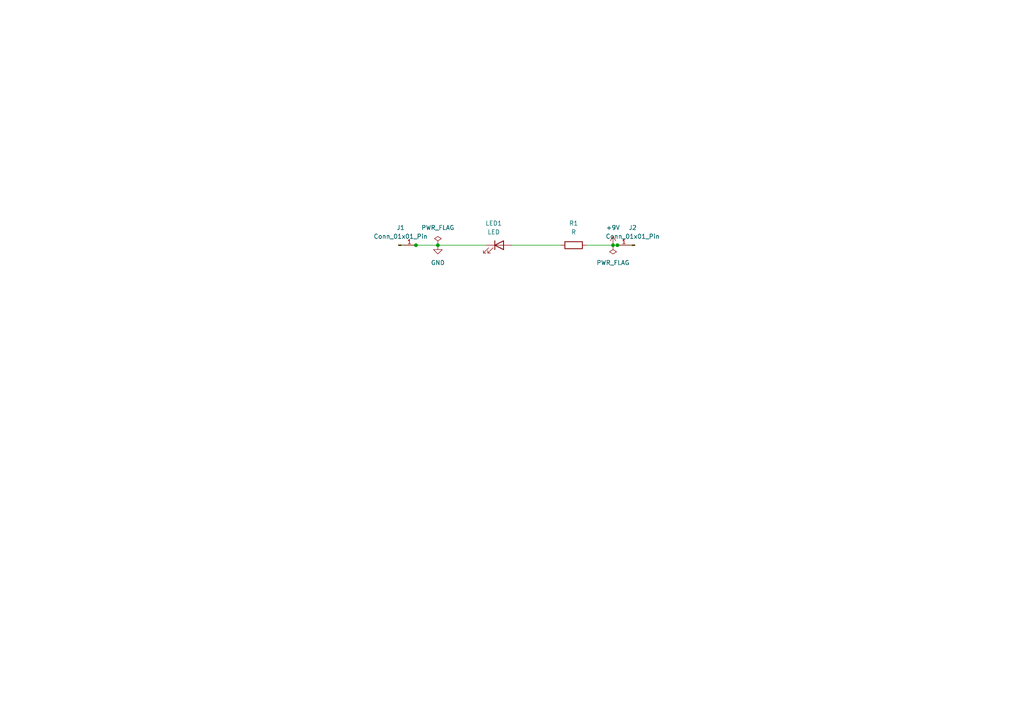
<source format=kicad_sch>
(kicad_sch
	(version 20231120)
	(generator "eeschema")
	(generator_version "8.0")
	(uuid "128aa5d7-8615-4263-912d-a5ddebec6b00")
	(paper "A4")
	(lib_symbols
		(symbol "Connector:Conn_01x01_Pin"
			(pin_names
				(offset 1.016) hide)
			(exclude_from_sim no)
			(in_bom yes)
			(on_board yes)
			(property "Reference" "J"
				(at 0 2.54 0)
				(effects
					(font
						(size 1.27 1.27)
					)
				)
			)
			(property "Value" "Conn_01x01_Pin"
				(at 0 -2.54 0)
				(effects
					(font
						(size 1.27 1.27)
					)
				)
			)
			(property "Footprint" ""
				(at 0 0 0)
				(effects
					(font
						(size 1.27 1.27)
					)
					(hide yes)
				)
			)
			(property "Datasheet" "~"
				(at 0 0 0)
				(effects
					(font
						(size 1.27 1.27)
					)
					(hide yes)
				)
			)
			(property "Description" "Generic connector, single row, 01x01, script generated"
				(at 0 0 0)
				(effects
					(font
						(size 1.27 1.27)
					)
					(hide yes)
				)
			)
			(property "ki_locked" ""
				(at 0 0 0)
				(effects
					(font
						(size 1.27 1.27)
					)
				)
			)
			(property "ki_keywords" "connector"
				(at 0 0 0)
				(effects
					(font
						(size 1.27 1.27)
					)
					(hide yes)
				)
			)
			(property "ki_fp_filters" "Connector*:*_1x??_*"
				(at 0 0 0)
				(effects
					(font
						(size 1.27 1.27)
					)
					(hide yes)
				)
			)
			(symbol "Conn_01x01_Pin_1_1"
				(polyline
					(pts
						(xy 1.27 0) (xy 0.8636 0)
					)
					(stroke
						(width 0.1524)
						(type default)
					)
					(fill
						(type none)
					)
				)
				(rectangle
					(start 0.8636 0.127)
					(end 0 -0.127)
					(stroke
						(width 0.1524)
						(type default)
					)
					(fill
						(type outline)
					)
				)
				(pin passive line
					(at 5.08 0 180)
					(length 3.81)
					(name "Pin_1"
						(effects
							(font
								(size 1.27 1.27)
							)
						)
					)
					(number "1"
						(effects
							(font
								(size 1.27 1.27)
							)
						)
					)
				)
			)
		)
		(symbol "Device:LED"
			(pin_numbers hide)
			(pin_names
				(offset 1.016) hide)
			(exclude_from_sim no)
			(in_bom yes)
			(on_board yes)
			(property "Reference" "D"
				(at 0 2.54 0)
				(effects
					(font
						(size 1.27 1.27)
					)
				)
			)
			(property "Value" "LED"
				(at 0 -2.54 0)
				(effects
					(font
						(size 1.27 1.27)
					)
				)
			)
			(property "Footprint" ""
				(at 0 0 0)
				(effects
					(font
						(size 1.27 1.27)
					)
					(hide yes)
				)
			)
			(property "Datasheet" "~"
				(at 0 0 0)
				(effects
					(font
						(size 1.27 1.27)
					)
					(hide yes)
				)
			)
			(property "Description" "Light emitting diode"
				(at 0 0 0)
				(effects
					(font
						(size 1.27 1.27)
					)
					(hide yes)
				)
			)
			(property "ki_keywords" "LED diode"
				(at 0 0 0)
				(effects
					(font
						(size 1.27 1.27)
					)
					(hide yes)
				)
			)
			(property "ki_fp_filters" "LED* LED_SMD:* LED_THT:*"
				(at 0 0 0)
				(effects
					(font
						(size 1.27 1.27)
					)
					(hide yes)
				)
			)
			(symbol "LED_0_1"
				(polyline
					(pts
						(xy -1.27 -1.27) (xy -1.27 1.27)
					)
					(stroke
						(width 0.254)
						(type default)
					)
					(fill
						(type none)
					)
				)
				(polyline
					(pts
						(xy -1.27 0) (xy 1.27 0)
					)
					(stroke
						(width 0)
						(type default)
					)
					(fill
						(type none)
					)
				)
				(polyline
					(pts
						(xy 1.27 -1.27) (xy 1.27 1.27) (xy -1.27 0) (xy 1.27 -1.27)
					)
					(stroke
						(width 0.254)
						(type default)
					)
					(fill
						(type none)
					)
				)
				(polyline
					(pts
						(xy -3.048 -0.762) (xy -4.572 -2.286) (xy -3.81 -2.286) (xy -4.572 -2.286) (xy -4.572 -1.524)
					)
					(stroke
						(width 0)
						(type default)
					)
					(fill
						(type none)
					)
				)
				(polyline
					(pts
						(xy -1.778 -0.762) (xy -3.302 -2.286) (xy -2.54 -2.286) (xy -3.302 -2.286) (xy -3.302 -1.524)
					)
					(stroke
						(width 0)
						(type default)
					)
					(fill
						(type none)
					)
				)
			)
			(symbol "LED_1_1"
				(pin passive line
					(at -3.81 0 0)
					(length 2.54)
					(name "K"
						(effects
							(font
								(size 1.27 1.27)
							)
						)
					)
					(number "1"
						(effects
							(font
								(size 1.27 1.27)
							)
						)
					)
				)
				(pin passive line
					(at 3.81 0 180)
					(length 2.54)
					(name "A"
						(effects
							(font
								(size 1.27 1.27)
							)
						)
					)
					(number "2"
						(effects
							(font
								(size 1.27 1.27)
							)
						)
					)
				)
			)
		)
		(symbol "Device:R"
			(pin_numbers hide)
			(pin_names
				(offset 0)
			)
			(exclude_from_sim no)
			(in_bom yes)
			(on_board yes)
			(property "Reference" "R"
				(at 2.032 0 90)
				(effects
					(font
						(size 1.27 1.27)
					)
				)
			)
			(property "Value" "R"
				(at 0 0 90)
				(effects
					(font
						(size 1.27 1.27)
					)
				)
			)
			(property "Footprint" ""
				(at -1.778 0 90)
				(effects
					(font
						(size 1.27 1.27)
					)
					(hide yes)
				)
			)
			(property "Datasheet" "~"
				(at 0 0 0)
				(effects
					(font
						(size 1.27 1.27)
					)
					(hide yes)
				)
			)
			(property "Description" "Resistor"
				(at 0 0 0)
				(effects
					(font
						(size 1.27 1.27)
					)
					(hide yes)
				)
			)
			(property "ki_keywords" "R res resistor"
				(at 0 0 0)
				(effects
					(font
						(size 1.27 1.27)
					)
					(hide yes)
				)
			)
			(property "ki_fp_filters" "R_*"
				(at 0 0 0)
				(effects
					(font
						(size 1.27 1.27)
					)
					(hide yes)
				)
			)
			(symbol "R_0_1"
				(rectangle
					(start -1.016 -2.54)
					(end 1.016 2.54)
					(stroke
						(width 0.254)
						(type default)
					)
					(fill
						(type none)
					)
				)
			)
			(symbol "R_1_1"
				(pin passive line
					(at 0 3.81 270)
					(length 1.27)
					(name "~"
						(effects
							(font
								(size 1.27 1.27)
							)
						)
					)
					(number "1"
						(effects
							(font
								(size 1.27 1.27)
							)
						)
					)
				)
				(pin passive line
					(at 0 -3.81 90)
					(length 1.27)
					(name "~"
						(effects
							(font
								(size 1.27 1.27)
							)
						)
					)
					(number "2"
						(effects
							(font
								(size 1.27 1.27)
							)
						)
					)
				)
			)
		)
		(symbol "power:+9V"
			(power)
			(pin_numbers hide)
			(pin_names
				(offset 0) hide)
			(exclude_from_sim no)
			(in_bom yes)
			(on_board yes)
			(property "Reference" "#PWR"
				(at 0 -3.81 0)
				(effects
					(font
						(size 1.27 1.27)
					)
					(hide yes)
				)
			)
			(property "Value" "+9V"
				(at 0 3.556 0)
				(effects
					(font
						(size 1.27 1.27)
					)
				)
			)
			(property "Footprint" ""
				(at 0 0 0)
				(effects
					(font
						(size 1.27 1.27)
					)
					(hide yes)
				)
			)
			(property "Datasheet" ""
				(at 0 0 0)
				(effects
					(font
						(size 1.27 1.27)
					)
					(hide yes)
				)
			)
			(property "Description" "Power symbol creates a global label with name \"+9V\""
				(at 0 0 0)
				(effects
					(font
						(size 1.27 1.27)
					)
					(hide yes)
				)
			)
			(property "ki_keywords" "global power"
				(at 0 0 0)
				(effects
					(font
						(size 1.27 1.27)
					)
					(hide yes)
				)
			)
			(symbol "+9V_0_1"
				(polyline
					(pts
						(xy -0.762 1.27) (xy 0 2.54)
					)
					(stroke
						(width 0)
						(type default)
					)
					(fill
						(type none)
					)
				)
				(polyline
					(pts
						(xy 0 0) (xy 0 2.54)
					)
					(stroke
						(width 0)
						(type default)
					)
					(fill
						(type none)
					)
				)
				(polyline
					(pts
						(xy 0 2.54) (xy 0.762 1.27)
					)
					(stroke
						(width 0)
						(type default)
					)
					(fill
						(type none)
					)
				)
			)
			(symbol "+9V_1_1"
				(pin power_in line
					(at 0 0 90)
					(length 0)
					(name "~"
						(effects
							(font
								(size 1.27 1.27)
							)
						)
					)
					(number "1"
						(effects
							(font
								(size 1.27 1.27)
							)
						)
					)
				)
			)
		)
		(symbol "power:GND"
			(power)
			(pin_numbers hide)
			(pin_names
				(offset 0) hide)
			(exclude_from_sim no)
			(in_bom yes)
			(on_board yes)
			(property "Reference" "#PWR"
				(at 0 -6.35 0)
				(effects
					(font
						(size 1.27 1.27)
					)
					(hide yes)
				)
			)
			(property "Value" "GND"
				(at 0 -3.81 0)
				(effects
					(font
						(size 1.27 1.27)
					)
				)
			)
			(property "Footprint" ""
				(at 0 0 0)
				(effects
					(font
						(size 1.27 1.27)
					)
					(hide yes)
				)
			)
			(property "Datasheet" ""
				(at 0 0 0)
				(effects
					(font
						(size 1.27 1.27)
					)
					(hide yes)
				)
			)
			(property "Description" "Power symbol creates a global label with name \"GND\" , ground"
				(at 0 0 0)
				(effects
					(font
						(size 1.27 1.27)
					)
					(hide yes)
				)
			)
			(property "ki_keywords" "global power"
				(at 0 0 0)
				(effects
					(font
						(size 1.27 1.27)
					)
					(hide yes)
				)
			)
			(symbol "GND_0_1"
				(polyline
					(pts
						(xy 0 0) (xy 0 -1.27) (xy 1.27 -1.27) (xy 0 -2.54) (xy -1.27 -1.27) (xy 0 -1.27)
					)
					(stroke
						(width 0)
						(type default)
					)
					(fill
						(type none)
					)
				)
			)
			(symbol "GND_1_1"
				(pin power_in line
					(at 0 0 270)
					(length 0)
					(name "~"
						(effects
							(font
								(size 1.27 1.27)
							)
						)
					)
					(number "1"
						(effects
							(font
								(size 1.27 1.27)
							)
						)
					)
				)
			)
		)
		(symbol "power:PWR_FLAG"
			(power)
			(pin_numbers hide)
			(pin_names
				(offset 0) hide)
			(exclude_from_sim no)
			(in_bom yes)
			(on_board yes)
			(property "Reference" "#FLG"
				(at 0 1.905 0)
				(effects
					(font
						(size 1.27 1.27)
					)
					(hide yes)
				)
			)
			(property "Value" "PWR_FLAG"
				(at 0 3.81 0)
				(effects
					(font
						(size 1.27 1.27)
					)
				)
			)
			(property "Footprint" ""
				(at 0 0 0)
				(effects
					(font
						(size 1.27 1.27)
					)
					(hide yes)
				)
			)
			(property "Datasheet" "~"
				(at 0 0 0)
				(effects
					(font
						(size 1.27 1.27)
					)
					(hide yes)
				)
			)
			(property "Description" "Special symbol for telling ERC where power comes from"
				(at 0 0 0)
				(effects
					(font
						(size 1.27 1.27)
					)
					(hide yes)
				)
			)
			(property "ki_keywords" "flag power"
				(at 0 0 0)
				(effects
					(font
						(size 1.27 1.27)
					)
					(hide yes)
				)
			)
			(symbol "PWR_FLAG_0_0"
				(pin power_out line
					(at 0 0 90)
					(length 0)
					(name "~"
						(effects
							(font
								(size 1.27 1.27)
							)
						)
					)
					(number "1"
						(effects
							(font
								(size 1.27 1.27)
							)
						)
					)
				)
			)
			(symbol "PWR_FLAG_0_1"
				(polyline
					(pts
						(xy 0 0) (xy 0 1.27) (xy -1.016 1.905) (xy 0 2.54) (xy 1.016 1.905) (xy 0 1.27)
					)
					(stroke
						(width 0)
						(type default)
					)
					(fill
						(type none)
					)
				)
			)
		)
	)
	(junction
		(at 179.07 71.12)
		(diameter 0)
		(color 0 0 0 0)
		(uuid "15642bc9-06c8-42f9-b818-1f8e025064d7")
	)
	(junction
		(at 127 71.12)
		(diameter 0)
		(color 0 0 0 0)
		(uuid "408d454f-2bc5-4af4-a618-af2406c32cba")
	)
	(junction
		(at 120.65 71.12)
		(diameter 0)
		(color 0 0 0 0)
		(uuid "56cf746d-cfe6-4ffc-aad2-794dd5d84888")
	)
	(junction
		(at 177.8 71.12)
		(diameter 0)
		(color 0 0 0 0)
		(uuid "590dfee2-7ce6-469a-a0c9-d0baa8a38a25")
	)
	(wire
		(pts
			(xy 120.65 71.12) (xy 127 71.12)
		)
		(stroke
			(width 0)
			(type default)
		)
		(uuid "0ac9e4c4-85a3-4dfc-b07f-c5906fd4cf55")
	)
	(wire
		(pts
			(xy 170.18 71.12) (xy 177.8 71.12)
		)
		(stroke
			(width 0)
			(type default)
		)
		(uuid "1a54cc5b-484c-414b-bcde-f0cf2f6e2d2f")
	)
	(wire
		(pts
			(xy 179.07 71.12) (xy 184.15 71.12)
		)
		(stroke
			(width 0)
			(type default)
		)
		(uuid "70cc3efb-330b-499a-9145-8a86c1f4dba0")
	)
	(wire
		(pts
			(xy 127 71.12) (xy 140.97 71.12)
		)
		(stroke
			(width 0)
			(type default)
		)
		(uuid "83f6f0f9-81b2-4421-ac60-8dc1b801c8ba")
	)
	(wire
		(pts
			(xy 148.59 71.12) (xy 162.56 71.12)
		)
		(stroke
			(width 0)
			(type default)
		)
		(uuid "d8dab8ab-5043-4568-9a80-4421d2bce001")
	)
	(wire
		(pts
			(xy 115.57 71.12) (xy 120.65 71.12)
		)
		(stroke
			(width 0)
			(type default)
		)
		(uuid "e44c7da6-aff3-4541-9057-be358161bdd6")
	)
	(wire
		(pts
			(xy 177.8 71.12) (xy 179.07 71.12)
		)
		(stroke
			(width 0)
			(type default)
		)
		(uuid "fe8579e1-41e3-4984-a8d3-06a214a885c7")
	)
	(symbol
		(lib_id "Connector:Conn_01x01_Pin")
		(at 184.15 71.12 0)
		(mirror y)
		(unit 1)
		(exclude_from_sim no)
		(in_bom yes)
		(on_board yes)
		(dnp no)
		(uuid "453496cb-b5a0-404a-85c7-d72c7af661fa")
		(property "Reference" "J2"
			(at 183.515 66.04 0)
			(effects
				(font
					(size 1.27 1.27)
				)
			)
		)
		(property "Value" "Conn_01x01_Pin"
			(at 183.515 68.58 0)
			(effects
				(font
					(size 1.27 1.27)
				)
			)
		)
		(property "Footprint" "Connector_PinHeader_1.00mm:PinHeader_1x01_P1.00mm_Vertical"
			(at 184.15 71.12 0)
			(effects
				(font
					(size 1.27 1.27)
				)
				(hide yes)
			)
		)
		(property "Datasheet" "~"
			(at 184.15 71.12 0)
			(effects
				(font
					(size 1.27 1.27)
				)
				(hide yes)
			)
		)
		(property "Description" "Generic connector, single row, 01x01, script generated"
			(at 184.15 71.12 0)
			(effects
				(font
					(size 1.27 1.27)
				)
				(hide yes)
			)
		)
		(pin "1"
			(uuid "5869ef49-62c3-4507-87f4-da061ab19888")
		)
		(instances
			(project "4sept24 LED N RESISTOR SMD"
				(path "/128aa5d7-8615-4263-912d-a5ddebec6b00"
					(reference "J2")
					(unit 1)
				)
			)
		)
	)
	(symbol
		(lib_id "power:+9V")
		(at 177.8 71.12 0)
		(unit 1)
		(exclude_from_sim no)
		(in_bom yes)
		(on_board yes)
		(dnp no)
		(fields_autoplaced yes)
		(uuid "6bb96b76-e1d6-4b7d-9e06-8c48ffdd0266")
		(property "Reference" "#PWR02"
			(at 177.8 74.93 0)
			(effects
				(font
					(size 1.27 1.27)
				)
				(hide yes)
			)
		)
		(property "Value" "+9V"
			(at 177.8 66.04 0)
			(effects
				(font
					(size 1.27 1.27)
				)
			)
		)
		(property "Footprint" ""
			(at 177.8 71.12 0)
			(effects
				(font
					(size 1.27 1.27)
				)
				(hide yes)
			)
		)
		(property "Datasheet" ""
			(at 177.8 71.12 0)
			(effects
				(font
					(size 1.27 1.27)
				)
				(hide yes)
			)
		)
		(property "Description" "Power symbol creates a global label with name \"+9V\""
			(at 177.8 71.12 0)
			(effects
				(font
					(size 1.27 1.27)
				)
				(hide yes)
			)
		)
		(pin "1"
			(uuid "eadadcf9-eb7c-428f-a1ca-2b45d6d1e5b9")
		)
		(instances
			(project "4sept24 LED N RESISTOR SMD"
				(path "/128aa5d7-8615-4263-912d-a5ddebec6b00"
					(reference "#PWR02")
					(unit 1)
				)
			)
		)
	)
	(symbol
		(lib_id "Device:LED")
		(at 144.78 71.12 0)
		(unit 1)
		(exclude_from_sim no)
		(in_bom yes)
		(on_board yes)
		(dnp no)
		(fields_autoplaced yes)
		(uuid "6be1bdc0-9120-44c2-b62f-8a4f52fb292d")
		(property "Reference" "LED1"
			(at 143.1925 64.77 0)
			(effects
				(font
					(size 1.27 1.27)
				)
			)
		)
		(property "Value" "LED"
			(at 143.1925 67.31 0)
			(effects
				(font
					(size 1.27 1.27)
				)
			)
		)
		(property "Footprint" "LED_SMD:LED_0603_1608Metric"
			(at 144.78 71.12 0)
			(effects
				(font
					(size 1.27 1.27)
				)
				(hide yes)
			)
		)
		(property "Datasheet" "~"
			(at 144.78 71.12 0)
			(effects
				(font
					(size 1.27 1.27)
				)
				(hide yes)
			)
		)
		(property "Description" "Light emitting diode"
			(at 144.78 71.12 0)
			(effects
				(font
					(size 1.27 1.27)
				)
				(hide yes)
			)
		)
		(pin "2"
			(uuid "d5df5649-0d9a-4089-aa69-3feecbc307dd")
		)
		(pin "1"
			(uuid "5364835d-5bcf-4dd1-89f7-d3bbba05c730")
		)
		(instances
			(project "4sept24 LED N RESISTOR SMD"
				(path "/128aa5d7-8615-4263-912d-a5ddebec6b00"
					(reference "LED1")
					(unit 1)
				)
			)
		)
	)
	(symbol
		(lib_id "Connector:Conn_01x01_Pin")
		(at 115.57 71.12 0)
		(unit 1)
		(exclude_from_sim no)
		(in_bom yes)
		(on_board yes)
		(dnp no)
		(uuid "856c72f9-f5f9-4960-8140-b50d40762ecb")
		(property "Reference" "J1"
			(at 116.205 66.04 0)
			(effects
				(font
					(size 1.27 1.27)
				)
			)
		)
		(property "Value" "Conn_01x01_Pin"
			(at 116.205 68.58 0)
			(effects
				(font
					(size 1.27 1.27)
				)
			)
		)
		(property "Footprint" "Connector_PinHeader_1.00mm:PinHeader_1x01_P1.00mm_Vertical"
			(at 115.57 71.12 0)
			(effects
				(font
					(size 1.27 1.27)
				)
				(hide yes)
			)
		)
		(property "Datasheet" "~"
			(at 115.57 71.12 0)
			(effects
				(font
					(size 1.27 1.27)
				)
				(hide yes)
			)
		)
		(property "Description" "Generic connector, single row, 01x01, script generated"
			(at 115.57 71.12 0)
			(effects
				(font
					(size 1.27 1.27)
				)
				(hide yes)
			)
		)
		(pin "1"
			(uuid "2e1744db-ab5f-494b-82a3-55c4ee8a87de")
		)
		(instances
			(project "4sept24 LED N RESISTOR SMD"
				(path "/128aa5d7-8615-4263-912d-a5ddebec6b00"
					(reference "J1")
					(unit 1)
				)
			)
		)
	)
	(symbol
		(lib_id "Device:R")
		(at 166.37 71.12 90)
		(mirror x)
		(unit 1)
		(exclude_from_sim no)
		(in_bom yes)
		(on_board yes)
		(dnp no)
		(uuid "860e5344-a978-45d8-bb06-7ba85bb68cc4")
		(property "Reference" "R1"
			(at 166.37 64.77 90)
			(effects
				(font
					(size 1.27 1.27)
				)
			)
		)
		(property "Value" "R"
			(at 166.37 67.31 90)
			(effects
				(font
					(size 1.27 1.27)
				)
			)
		)
		(property "Footprint" "Resistor_SMD:R_0603_1608Metric"
			(at 166.37 69.342 90)
			(effects
				(font
					(size 1.27 1.27)
				)
				(hide yes)
			)
		)
		(property "Datasheet" "~"
			(at 166.37 71.12 0)
			(effects
				(font
					(size 1.27 1.27)
				)
				(hide yes)
			)
		)
		(property "Description" "Resistor"
			(at 166.37 71.12 0)
			(effects
				(font
					(size 1.27 1.27)
				)
				(hide yes)
			)
		)
		(pin "2"
			(uuid "6ec5bd99-9b1d-4a12-94a6-b3938b73ba3c")
		)
		(pin "1"
			(uuid "c28e30fd-7c16-41ff-b79f-faded3b69b4b")
		)
		(instances
			(project "4sept24 LED N RESISTOR SMD"
				(path "/128aa5d7-8615-4263-912d-a5ddebec6b00"
					(reference "R1")
					(unit 1)
				)
			)
		)
	)
	(symbol
		(lib_id "power:PWR_FLAG")
		(at 127 71.12 0)
		(unit 1)
		(exclude_from_sim no)
		(in_bom yes)
		(on_board yes)
		(dnp no)
		(fields_autoplaced yes)
		(uuid "97b528ea-9640-45e9-8dd1-b7c2850ee714")
		(property "Reference" "#FLG01"
			(at 127 69.215 0)
			(effects
				(font
					(size 1.27 1.27)
				)
				(hide yes)
			)
		)
		(property "Value" "PWR_FLAG"
			(at 127 66.04 0)
			(effects
				(font
					(size 1.27 1.27)
				)
			)
		)
		(property "Footprint" ""
			(at 127 71.12 0)
			(effects
				(font
					(size 1.27 1.27)
				)
				(hide yes)
			)
		)
		(property "Datasheet" "~"
			(at 127 71.12 0)
			(effects
				(font
					(size 1.27 1.27)
				)
				(hide yes)
			)
		)
		(property "Description" "Special symbol for telling ERC where power comes from"
			(at 127 71.12 0)
			(effects
				(font
					(size 1.27 1.27)
				)
				(hide yes)
			)
		)
		(pin "1"
			(uuid "98a60473-4ab8-4eed-bb63-64288b7c44f2")
		)
		(instances
			(project "4sept24 LED N RESISTOR SMD"
				(path "/128aa5d7-8615-4263-912d-a5ddebec6b00"
					(reference "#FLG01")
					(unit 1)
				)
			)
		)
	)
	(symbol
		(lib_id "power:GND")
		(at 127 71.12 0)
		(unit 1)
		(exclude_from_sim no)
		(in_bom yes)
		(on_board yes)
		(dnp no)
		(fields_autoplaced yes)
		(uuid "b3b7fb38-8c57-4319-b007-9a0faa89d6e8")
		(property "Reference" "#PWR01"
			(at 127 77.47 0)
			(effects
				(font
					(size 1.27 1.27)
				)
				(hide yes)
			)
		)
		(property "Value" "GND"
			(at 127 76.2 0)
			(effects
				(font
					(size 1.27 1.27)
				)
			)
		)
		(property "Footprint" ""
			(at 127 71.12 0)
			(effects
				(font
					(size 1.27 1.27)
				)
				(hide yes)
			)
		)
		(property "Datasheet" ""
			(at 127 71.12 0)
			(effects
				(font
					(size 1.27 1.27)
				)
				(hide yes)
			)
		)
		(property "Description" "Power symbol creates a global label with name \"GND\" , ground"
			(at 127 71.12 0)
			(effects
				(font
					(size 1.27 1.27)
				)
				(hide yes)
			)
		)
		(pin "1"
			(uuid "0b731a48-96a3-44b3-95d3-1297df19c6ef")
		)
		(instances
			(project "4sept24 LED N RESISTOR SMD"
				(path "/128aa5d7-8615-4263-912d-a5ddebec6b00"
					(reference "#PWR01")
					(unit 1)
				)
			)
		)
	)
	(symbol
		(lib_id "power:PWR_FLAG")
		(at 177.8 71.12 0)
		(mirror x)
		(unit 1)
		(exclude_from_sim no)
		(in_bom yes)
		(on_board yes)
		(dnp no)
		(uuid "bc57d712-8efc-43cd-87f9-3558b6d48fa5")
		(property "Reference" "#FLG02"
			(at 177.8 73.025 0)
			(effects
				(font
					(size 1.27 1.27)
				)
				(hide yes)
			)
		)
		(property "Value" "PWR_FLAG"
			(at 177.8 76.2 0)
			(effects
				(font
					(size 1.27 1.27)
				)
			)
		)
		(property "Footprint" ""
			(at 177.8 71.12 0)
			(effects
				(font
					(size 1.27 1.27)
				)
				(hide yes)
			)
		)
		(property "Datasheet" "~"
			(at 177.8 71.12 0)
			(effects
				(font
					(size 1.27 1.27)
				)
				(hide yes)
			)
		)
		(property "Description" "Special symbol for telling ERC where power comes from"
			(at 177.8 71.12 0)
			(effects
				(font
					(size 1.27 1.27)
				)
				(hide yes)
			)
		)
		(pin "1"
			(uuid "8239a8a5-87fc-4706-a662-5c433891f87e")
		)
		(instances
			(project "4sept24 LED N RESISTOR SMD"
				(path "/128aa5d7-8615-4263-912d-a5ddebec6b00"
					(reference "#FLG02")
					(unit 1)
				)
			)
		)
	)
	(sheet_instances
		(path "/"
			(page "1")
		)
	)
)

</source>
